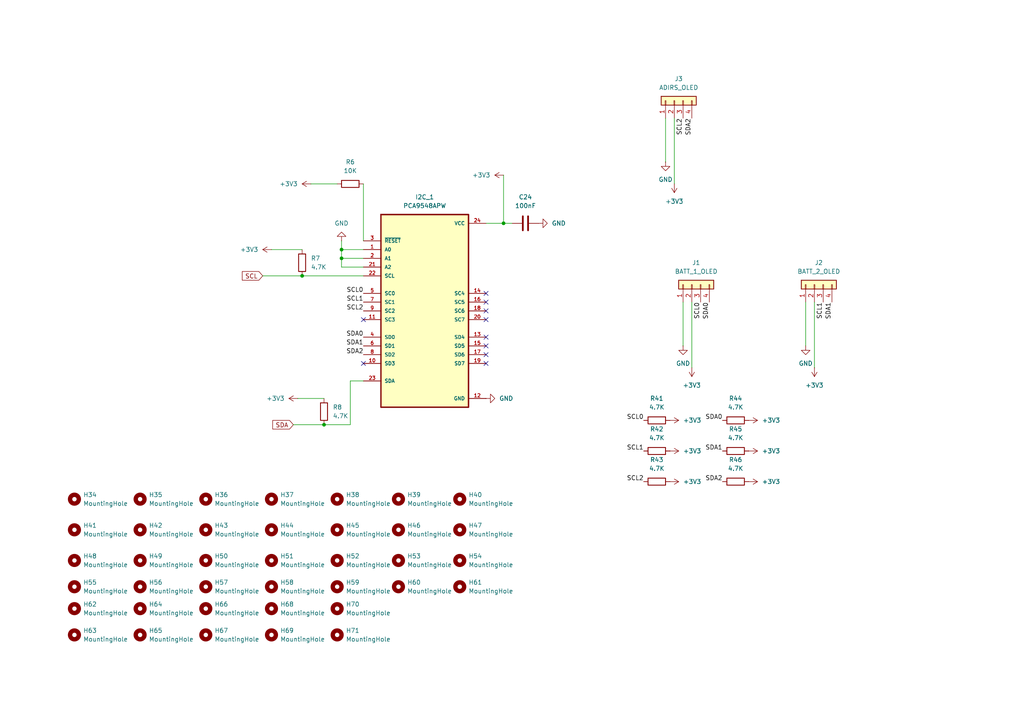
<source format=kicad_sch>
(kicad_sch (version 20231120) (generator "eeschema") (generator_version "8.0")
  (paper "A4")
  (lib_symbols
    (symbol "Connector_Generic:Conn_01x04" (pin_names (offset 1.016) hide)
      (property "Reference" "J" (at 0 5.08 0))
      (property "Value" "Conn_01x04" (at 0 -7.62 0))
      (symbol "Conn_01x04_1_1"
        (rectangle (start -1.27 -4.953) (end 0 -5.207) (stroke (width 0.1524)))
        (rectangle (start -1.27 -2.413) (end 0 -2.667) (stroke (width 0.1524)))
        (rectangle (start -1.27 0.127) (end 0 -0.127) (stroke (width 0.1524)))
        (rectangle (start -1.27 2.667) (end 0 2.413) (stroke (width 0.1524)))
        (rectangle (start -1.27 3.81) (end 1.27 -6.35) (stroke (width 0.254)) (fill (type background)))
        (pin passive line (at -5.08 2.54 0) (length 3.81) (name "Pin_1") (number "1"))
        (pin passive line (at -5.08 0 0) (length 3.81) (name "Pin_2") (number "2"))
        (pin passive line (at -5.08 -2.54 0) (length 3.81) (name "Pin_3") (number "3"))
        (pin passive line (at -5.08 -5.08 0) (length 3.81) (name "Pin_4") (number "4"))
      )
    )
    (symbol "Device:C" (pin_numbers hide) (pin_names (offset 0.254))
      (property "Reference" "C" (at 0.635 2.54 0))
      (property "Value" "C" (at 0.635 -2.54 0))
      (symbol "C_0_1"
        (polyline (pts (xy -2.032 -0.762) (xy 2.032 -0.762)) (stroke (width 0.508)))
        (polyline (pts (xy -2.032 0.762) (xy 2.032 0.762)) (stroke (width 0.508)))
      )
      (symbol "C_1_1"
        (pin passive line (at 0 3.81 270) (length 2.794) (name "~") (number "1"))
        (pin passive line (at 0 -3.81 90) (length 2.794) (name "~") (number "2"))
      )
    )
    (symbol "Device:R" (pin_numbers hide) (pin_names (offset 0))
      (property "Reference" "R" (at 2.032 0 90))
      (property "Value" "R" (at 0 0 90))
      (symbol "R_0_1"
        (rectangle (start -1.016 -2.54) (end 1.016 2.54) (stroke (width 0.254)))
      )
      (symbol "R_1_1"
        (pin passive line (at 0 3.81 270) (length 1.27) (name "~") (number "1"))
        (pin passive line (at 0 -3.81 90) (length 1.27) (name "~") (number "2"))
      )
    )
    (symbol "Mechanical:MountingHole" (pin_names (offset 1.016)) (exclude_from_sim yes) (in_bom no)
      (property "Reference" "H" (at 0 5.08 0))
      (property "Value" "MountingHole" (at 0 3.175 0))
      (symbol "MountingHole_0_1"
        (circle (center 0 0) (radius 1.27) (stroke (width 1.27)))
      )
    )
    (symbol "SFLibrary:PCA9548APW" (pin_names (offset 1.016))
      (property "Reference" "U" (at -12.7 28.94 0))
      (property "Value" "PCA9548APW" (at -12.7 -31.94 0))
      (symbol "PCA9548APW_0_0"
        (rectangle (start -12.7 -27.94) (end 12.7 27.94) (stroke (width 0.41)) (fill (type background)))
        (pin input line (at -17.78 17.78 0) (length 5.08) (name "A0") (number "1"))
        (pin bidirectional line (at -17.78 -15.24 0) (length 5.08) (name "SD3") (number "10"))
        (pin bidirectional line (at -17.78 -2.54 0) (length 5.08) (name "SC3") (number "11"))
        (pin power_in line (at 17.78 -25.4 180) (length 5.08) (name "GND") (number "12"))
        (pin bidirectional line (at 17.78 -7.62 180) (length 5.08) (name "SD4") (number "13"))
        (pin bidirectional line (at 17.78 5.08 180) (length 5.08) (name "SC4") (number "14"))
        (pin bidirectional line (at 17.78 -10.16 180) (length 5.08) (name "SD5") (number "15"))
        (pin bidirectional line (at 17.78 2.54 180) (length 5.08) (name "SC5") (number "16"))
        (pin bidirectional line (at 17.78 -12.7 180) (length 5.08) (name "SD6") (number "17"))
        (pin bidirectional line (at 17.78 0 180) (length 5.08) (name "SC6") (number "18"))
        (pin bidirectional line (at 17.78 -15.24 180) (length 5.08) (name "SD7") (number "19"))
        (pin input line (at -17.78 15.24 0) (length 5.08) (name "A1") (number "2"))
        (pin bidirectional line (at 17.78 -2.54 180) (length 5.08) (name "SC7") (number "20"))
        (pin input line (at -17.78 12.7 0) (length 5.08) (name "A2") (number "21"))
        (pin input line (at -17.78 10.16 0) (length 5.08) (name "SCL") (number "22"))
        (pin bidirectional line (at -17.78 -20.32 0) (length 5.08) (name "SDA") (number "23"))
        (pin power_in line (at 17.78 25.4 180) (length 5.08) (name "VCC") (number "24"))
        (pin input line (at -17.78 20.32 0) (length 5.08) (name "~{RESET}") (number "3"))
        (pin bidirectional line (at -17.78 -7.62 0) (length 5.08) (name "SD0") (number "4"))
        (pin bidirectional line (at -17.78 5.08 0) (length 5.08) (name "SC0") (number "5"))
        (pin bidirectional line (at -17.78 -10.16 0) (length 5.08) (name "SD1") (number "6"))
        (pin bidirectional line (at -17.78 2.54 0) (length 5.08) (name "SC1") (number "7"))
        (pin bidirectional line (at -17.78 -12.7 0) (length 5.08) (name "SD2") (number "8"))
        (pin bidirectional line (at -17.78 0 0) (length 5.08) (name "SC2") (number "9"))
      )
    )
    (symbol "power:+3V3" (power) (pin_numbers hide) (pin_names (offset 0) hide)
      (property "Value" "+3V3" (at 0 3.556 0))
      (symbol "+3V3_0_1"
        (polyline (pts (xy -0.762 1.27) (xy 0 2.54)))
        (polyline (pts (xy 0 0) (xy 0 2.54)))
        (polyline (pts (xy 0 2.54) (xy 0.762 1.27)))
      )
      (symbol "+3V3_1_1"
        (pin power_in line (at 0 0 90) (length 0) (name "~") (number "1"))
      )
    )
    (symbol "power:GND" (power) (pin_numbers hide) (pin_names (offset 0) hide)
      (property "Value" "GND" (at 0 -3.81 0))
      (symbol "GND_0_1"
        (polyline (pts (xy 0 0) (xy 0 -1.27) (xy 1.27 -1.27) (xy 0 -2.54) (xy -1.27 -1.27) (xy 0 -1.27)))
      )
      (symbol "GND_1_1"
        (pin power_in line (at 0 0 270) (length 0) (name "~") (number "1"))
      )
    )
  )
  (junction (at 99.06 72.39))
  (junction (at 93.98 123.19))
  (junction (at 87.63 80.01))
  (junction (at 146.05 64.77))
  (junction (at 99.06 74.93))
  (no_connect (at 140.97 105.41))
  (no_connect (at 105.41 105.41))
  (no_connect (at 140.97 85.09))
  (no_connect (at 140.97 100.33))
  (no_connect (at 140.97 87.63))
  (no_connect (at 105.41 92.71))
  (no_connect (at 140.97 102.87))
  (no_connect (at 140.97 90.17))
  (no_connect (at 140.97 97.79))
  (no_connect (at 140.97 92.71))
  (wire (pts (xy 99.06 72.39) (xy 105.41 72.39)))
  (wire (pts (xy 99.06 69.85) (xy 99.06 72.39)))
  (wire (pts (xy 198.12 100.33) (xy 198.12 87.63)))
  (wire (pts (xy 99.06 74.93) (xy 99.06 77.47)))
  (wire (pts (xy 146.05 64.77) (xy 148.59 64.77)))
  (wire (pts (xy 105.41 77.47) (xy 99.06 77.47)))
  (wire (pts (xy 99.06 72.39) (xy 99.06 74.93)))
  (wire (pts (xy 90.17 53.34) (xy 97.79 53.34)))
  (wire (pts (xy 236.22 106.68) (xy 236.22 87.63)))
  (wire (pts (xy 99.06 74.93) (xy 105.41 74.93)))
  (wire (pts (xy 146.05 50.8) (xy 146.05 64.77)))
  (wire (pts (xy 195.58 53.34) (xy 195.58 34.29)))
  (wire (pts (xy 101.6 110.49) (xy 105.41 110.49)))
  (wire (pts (xy 146.05 64.77) (xy 140.97 64.77)))
  (wire (pts (xy 87.63 80.01) (xy 105.41 80.01)))
  (wire (pts (xy 200.66 106.68) (xy 200.66 87.63)))
  (wire (pts (xy 193.04 46.99) (xy 193.04 34.29)))
  (wire (pts (xy 86.36 115.57) (xy 93.98 115.57)))
  (wire (pts (xy 105.41 53.34) (xy 105.41 69.85)))
  (wire (pts (xy 93.98 123.19) (xy 101.6 123.19)))
  (wire (pts (xy 85.09 123.19) (xy 93.98 123.19)))
  (wire (pts (xy 87.63 72.39) (xy 78.74 72.39)))
  (wire (pts (xy 101.6 123.19) (xy 101.6 110.49)))
  (wire (pts (xy 76.2 80.01) (xy 87.63 80.01)))
  (wire (pts (xy 233.68 100.33) (xy 233.68 87.63)))
  (label "SCL0" (at 105.41 85.09 180))
  (label "SCL2" (at 105.41 90.17 180))
  (label "SCL1" (at 186.69 130.81 180))
  (label "SDA0" (at 205.74 87.63 270))
  (label "SCL2" (at 198.12 34.29 270))
  (label "SDA2" (at 200.66 34.29 270))
  (label "SCL1" (at 105.41 87.63 180))
  (label "SCL0" (at 203.2 87.63 270))
  (label "SDA2" (at 209.55 139.7 180))
  (label "SDA1" (at 209.55 130.81 180))
  (label "SDA0" (at 209.55 121.92 180))
  (label "SDA1" (at 241.3 87.63 270))
  (label "SCL1" (at 238.76 87.63 270))
  (label "SDA1" (at 105.41 100.33 180))
  (label "SCL0" (at 186.69 121.92 180))
  (label "SCL2" (at 186.69 139.7 180))
  (label "SDA0" (at 105.41 97.79 180))
  (label "SDA2" (at 105.41 102.87 180))
  (global_label "SDA" (shape input) (at 85.09 123.19 180) (property "Intersheetrefs" "${INTERSHEET_REFS}" (effects (hide yes))))
  (global_label "SCL" (shape input) (at 76.2 80.01 180) (property "Intersheetrefs" "${INTERSHEET_REFS}" (effects (hide yes))))
  (symbol (lib_id "power:+3V3") (at 195.58 53.34 180) (unit 1)
    (property "Reference" "#PWR043" (effects (hide yes)))
    (property "Value" "+3V3" (at 195.58 58.42 0))
    (property "Description" "Power symbol creates a global label with name \"+3V3\"" (effects (hide yes)))
  )
  (symbol (lib_id "Mechanical:MountingHole") (at 21.59 176.53 0) (unit 1) (exclude_from_sim yes) (in_bom no)
    (property "Reference" "H62" (at 24.13 175.2599 0) (effects (justify left)))
    (property "Value" "MountingHole" (at 24.13 177.7999 0) (effects (justify left)))
    (property "Footprint" "MountingHole:MountingHole_2.7mm_M2.5" (effects (hide yes)))
    (property "Description" "Mounting Hole without connection" (effects (hide yes)))
  )
  (symbol (lib_id "Mechanical:MountingHole") (at 133.35 162.56 0) (unit 1) (exclude_from_sim yes) (in_bom no)
    (property "Reference" "H54" (at 135.89 161.2899 0) (effects (justify left)))
    (property "Value" "MountingHole" (at 135.89 163.8299 0) (effects (justify left)))
    (property "Footprint" "MountingHole:MountingHole_2.7mm_M2.5" (effects (hide yes)))
    (property "Description" "Mounting Hole without connection" (effects (hide yes)))
  )
  (symbol (lib_id "Mechanical:MountingHole") (at 59.69 184.15 0) (unit 1) (exclude_from_sim yes) (in_bom no)
    (property "Reference" "H67" (at 62.23 182.8799 0) (effects (justify left)))
    (property "Value" "MountingHole" (at 62.23 185.4199 0) (effects (justify left)))
    (property "Footprint" "MountingHole:MountingHole_2.7mm_M2.5" (effects (hide yes)))
    (property "Description" "Mounting Hole without connection" (effects (hide yes)))
  )
  (symbol (lib_id "power:+3V3") (at 78.74 72.39 90) (unit 1)
    (property "Reference" "#PWR065" (effects (hide yes)))
    (property "Value" "+3V3" (at 74.93 72.3899 90) (effects (justify left)))
    (property "Description" "Power symbol creates a global label with name \"+3V3\"" (effects (hide yes)))
  )
  (symbol (lib_id "power:+3V3") (at 90.17 53.34 90) (unit 1)
    (property "Reference" "#PWR096" (effects (hide yes)))
    (property "Value" "+3V3" (at 86.36 53.3399 90) (effects (justify left)))
    (property "Description" "Power symbol creates a global label with name \"+3V3\"" (effects (hide yes)))
  )
  (symbol (lib_id "Mechanical:MountingHole") (at 21.59 184.15 0) (unit 1) (exclude_from_sim yes) (in_bom no)
    (property "Reference" "H63" (at 24.13 182.8799 0) (effects (justify left)))
    (property "Value" "MountingHole" (at 24.13 185.4199 0) (effects (justify left)))
    (property "Footprint" "MountingHole:MountingHole_2.7mm_M2.5" (effects (hide yes)))
    (property "Description" "Mounting Hole without connection" (effects (hide yes)))
  )
  (symbol (lib_id "Device:R") (at 213.36 121.92 90) (unit 1)
    (property "Reference" "R44" (at 213.36 115.57 90))
    (property "Value" "4.7K" (at 213.36 118.11 90))
    (property "Footprint" "Resistor_SMD:R_1206_3216Metric_Pad1.30x1.75mm_HandSolder" (effects (hide yes)))
    (property "Description" "Resistor" (effects (hide yes)))
  )
  (symbol (lib_id "Mechanical:MountingHole") (at 40.64 162.56 0) (unit 1) (exclude_from_sim yes) (in_bom no)
    (property "Reference" "H49" (at 43.18 161.2899 0) (effects (justify left)))
    (property "Value" "MountingHole" (at 43.18 163.8299 0) (effects (justify left)))
    (property "Footprint" "MountingHole:MountingHole_2.7mm_M2.5" (effects (hide yes)))
    (property "Description" "Mounting Hole without connection" (effects (hide yes)))
  )
  (symbol (lib_id "Mechanical:MountingHole") (at 133.35 153.67 0) (unit 1) (exclude_from_sim yes) (in_bom no)
    (property "Reference" "H47" (at 135.89 152.3999 0) (effects (justify left)))
    (property "Value" "MountingHole" (at 135.89 154.9399 0) (effects (justify left)))
    (property "Footprint" "MountingHole:MountingHole_2.7mm_M2.5" (effects (hide yes)))
    (property "Description" "Mounting Hole without connection" (effects (hide yes)))
  )
  (symbol (lib_id "power:+3V3") (at 217.17 139.7 270) (unit 1)
    (property "Reference" "#PWR040" (effects (hide yes)))
    (property "Value" "+3V3" (at 220.98 139.6999 90) (effects (justify left)))
    (property "Description" "Power symbol creates a global label with name \"+3V3\"" (effects (hide yes)))
  )
  (symbol (lib_id "Mechanical:MountingHole") (at 133.35 170.18 0) (unit 1) (exclude_from_sim yes) (in_bom no)
    (property "Reference" "H61" (at 135.89 168.9099 0) (effects (justify left)))
    (property "Value" "MountingHole" (at 135.89 171.4499 0) (effects (justify left)))
    (property "Footprint" "MountingHole:MountingHole_2.7mm_M2.5" (effects (hide yes)))
    (property "Description" "Mounting Hole without connection" (effects (hide yes)))
  )
  (symbol (lib_id "Mechanical:MountingHole") (at 78.74 170.18 0) (unit 1) (exclude_from_sim yes) (in_bom no)
    (property "Reference" "H58" (at 81.28 168.9099 0) (effects (justify left)))
    (property "Value" "MountingHole" (at 81.28 171.4499 0) (effects (justify left)))
    (property "Footprint" "MountingHole:MountingHole_2.7mm_M2.5" (effects (hide yes)))
    (property "Description" "Mounting Hole without connection" (effects (hide yes)))
  )
  (symbol (lib_id "Device:R") (at 87.63 76.2 180) (unit 1)
    (property "Reference" "R7" (at 90.17 74.9299 0) (effects (justify right)))
    (property "Value" "4.7K" (at 90.17 77.4699 0) (effects (justify right)))
    (property "Footprint" "Resistor_SMD:R_1206_3216Metric_Pad1.30x1.75mm_HandSolder" (effects (hide yes)))
    (property "Description" "Resistor" (effects (hide yes)))
  )
  (symbol (lib_id "power:GND") (at 140.97 115.57 90) (unit 1)
    (property "Reference" "#PWR0127" (effects (hide yes)))
    (property "Value" "GND" (at 144.78 115.5699 90) (effects (justify right)))
    (property "Description" "Power symbol creates a global label with name \"GND\" , ground" (effects (hide yes)))
  )
  (symbol (lib_id "Device:R") (at 213.36 130.81 90) (unit 1)
    (property "Reference" "R45" (at 213.36 124.46 90))
    (property "Value" "4.7K" (at 213.36 127 90))
    (property "Footprint" "Resistor_SMD:R_1206_3216Metric_Pad1.30x1.75mm_HandSolder" (effects (hide yes)))
    (property "Description" "Resistor" (effects (hide yes)))
  )
  (symbol (lib_id "Mechanical:MountingHole") (at 115.57 170.18 0) (unit 1) (exclude_from_sim yes) (in_bom no)
    (property "Reference" "H60" (at 118.11 168.9099 0) (effects (justify left)))
    (property "Value" "MountingHole" (at 118.11 171.4499 0) (effects (justify left)))
    (property "Footprint" "MountingHole:MountingHole_2.7mm_M2.5" (effects (hide yes)))
    (property "Description" "Mounting Hole without connection" (effects (hide yes)))
  )
  (symbol (lib_id "Mechanical:MountingHole") (at 115.57 162.56 0) (unit 1) (exclude_from_sim yes) (in_bom no)
    (property "Reference" "H53" (at 118.11 161.2899 0) (effects (justify left)))
    (property "Value" "MountingHole" (at 118.11 163.8299 0) (effects (justify left)))
    (property "Footprint" "MountingHole:MountingHole_2.7mm_M2.5" (effects (hide yes)))
    (property "Description" "Mounting Hole without connection" (effects (hide yes)))
  )
  (symbol (lib_id "Device:R") (at 190.5 130.81 90) (unit 1)
    (property "Reference" "R42" (at 190.5 124.46 90))
    (property "Value" "4.7K" (at 190.5 127 90))
    (property "Footprint" "Resistor_SMD:R_1206_3216Metric_Pad1.30x1.75mm_HandSolder" (effects (hide yes)))
    (property "Description" "Resistor" (effects (hide yes)))
  )
  (symbol (lib_id "Mechanical:MountingHole") (at 40.64 184.15 0) (unit 1) (exclude_from_sim yes) (in_bom no)
    (property "Reference" "H65" (at 43.18 182.8799 0) (effects (justify left)))
    (property "Value" "MountingHole" (at 43.18 185.4199 0) (effects (justify left)))
    (property "Footprint" "MountingHole:MountingHole_2.7mm_M2.5" (effects (hide yes)))
    (property "Description" "Mounting Hole without connection" (effects (hide yes)))
  )
  (symbol (lib_id "Mechanical:MountingHole") (at 78.74 144.78 0) (unit 1) (exclude_from_sim yes) (in_bom no)
    (property "Reference" "H37" (at 81.28 143.5099 0) (effects (justify left)))
    (property "Value" "MountingHole" (at 81.28 146.0499 0) (effects (justify left)))
    (property "Footprint" "MountingHole:MountingHole_2.7mm_M2.5" (effects (hide yes)))
    (property "Description" "Mounting Hole without connection" (effects (hide yes)))
  )
  (symbol (lib_id "Mechanical:MountingHole") (at 21.59 153.67 0) (unit 1) (exclude_from_sim yes) (in_bom no)
    (property "Reference" "H41" (at 24.13 152.3999 0) (effects (justify left)))
    (property "Value" "MountingHole" (at 24.13 154.9399 0) (effects (justify left)))
    (property "Footprint" "MountingHole:MountingHole_2.7mm_M2.5" (effects (hide yes)))
    (property "Description" "Mounting Hole without connection" (effects (hide yes)))
  )
  (symbol (lib_id "Mechanical:MountingHole") (at 97.79 162.56 0) (unit 1) (exclude_from_sim yes) (in_bom no)
    (property "Reference" "H52" (at 100.33 161.2899 0) (effects (justify left)))
    (property "Value" "MountingHole" (at 100.33 163.8299 0) (effects (justify left)))
    (property "Footprint" "MountingHole:MountingHole_2.7mm_M2.5" (effects (hide yes)))
    (property "Description" "Mounting Hole without connection" (effects (hide yes)))
  )
  (symbol (lib_id "Mechanical:MountingHole") (at 115.57 153.67 0) (unit 1) (exclude_from_sim yes) (in_bom no)
    (property "Reference" "H46" (at 118.11 152.3999 0) (effects (justify left)))
    (property "Value" "MountingHole" (at 118.11 154.9399 0) (effects (justify left)))
    (property "Footprint" "MountingHole:MountingHole_2.7mm_M2.5" (effects (hide yes)))
    (property "Description" "Mounting Hole without connection" (effects (hide yes)))
  )
  (symbol (lib_id "power:GND") (at 233.68 100.33 0) (unit 1)
    (property "Reference" "#PWR0184" (effects (hide yes)))
    (property "Value" "GND" (at 233.68 105.41 0))
    (property "Description" "Power symbol creates a global label with name \"GND\" , ground" (effects (hide yes)))
  )
  (symbol (lib_id "Mechanical:MountingHole") (at 78.74 176.53 0) (unit 1) (exclude_from_sim yes) (in_bom no)
    (property "Reference" "H68" (at 81.28 175.2599 0) (effects (justify left)))
    (property "Value" "MountingHole" (at 81.28 177.7999 0) (effects (justify left)))
    (property "Footprint" "MountingHole:MountingHole_2.7mm_M2.5" (effects (hide yes)))
    (property "Description" "Mounting Hole without connection" (effects (hide yes)))
  )
  (symbol (lib_id "power:+3V3") (at 194.31 139.7 270) (unit 1)
    (property "Reference" "#PWR039" (effects (hide yes)))
    (property "Value" "+3V3" (at 198.12 139.6999 90) (effects (justify left)))
    (property "Description" "Power symbol creates a global label with name \"+3V3\"" (effects (hide yes)))
  )
  (symbol (lib_id "Mechanical:MountingHole") (at 59.69 162.56 0) (unit 1) (exclude_from_sim yes) (in_bom no)
    (property "Reference" "H50" (at 62.23 161.2899 0) (effects (justify left)))
    (property "Value" "MountingHole" (at 62.23 163.8299 0) (effects (justify left)))
    (property "Footprint" "MountingHole:MountingHole_2.7mm_M2.5" (effects (hide yes)))
    (property "Description" "Mounting Hole without connection" (effects (hide yes)))
  )
  (symbol (lib_id "power:GND") (at 156.21 64.77 90) (unit 1)
    (property "Reference" "#PWR0220" (effects (hide yes)))
    (property "Value" "GND" (at 160.02 64.7699 90) (effects (justify right)))
    (property "Description" "Power symbol creates a global label with name \"GND\" , ground" (effects (hide yes)))
  )
  (symbol (lib_id "Mechanical:MountingHole") (at 40.64 153.67 0) (unit 1) (exclude_from_sim yes) (in_bom no)
    (property "Reference" "H42" (at 43.18 152.3999 0) (effects (justify left)))
    (property "Value" "MountingHole" (at 43.18 154.9399 0) (effects (justify left)))
    (property "Footprint" "MountingHole:MountingHole_2.7mm_M2.5" (effects (hide yes)))
    (property "Description" "Mounting Hole without connection" (effects (hide yes)))
  )
  (symbol (lib_id "SFLibrary:PCA9548APW") (at 123.19 90.17 0) (unit 1)
    (property "Reference" "I2C_1" (at 123.19 57.15 0))
    (property "Value" "PCA9548APW" (at 123.19 59.69 0))
    (property "Footprint" "SFLibrary:SOP65P640X120-24N" (effects (hide yes)))
    (property "MF" "Texas Instruments" (effects (hide yes)))
    (property "Description_1" "\n8-Channel I2C Switch With Reset 24-TSSOP -40 to 85\n" (effects (hide yes)))
    (property "Package" "TSSOP-24 Texas Instruments" (effects (hide yes)))
    (property "Price" "None" (effects (hide yes)))
    (property "SnapEDA_Link" "https://www.snapeda.com/parts/PCA9548APW/Texas+Instruments/view-part/?ref=snap" (effects (hide yes)))
    (property "MP" "PCA9548APW" (effects (hide yes)))
    (property "Availability" "In Stock" (effects (hide yes)))
    (property "Check_prices" "https://www.snapeda.com/parts/PCA9548APW/Texas+Instruments/view-part/?ref=eda" (effects (hide yes)))
  )
  (symbol (lib_id "power:GND") (at 99.06 69.85 180) (unit 1)
    (property "Reference" "#PWR0115" (effects (hide yes)))
    (property "Value" "GND" (at 99.06 64.77 0))
    (property "Description" "Power symbol creates a global label with name \"GND\" , ground" (effects (hide yes)))
  )
  (symbol (lib_id "Mechanical:MountingHole") (at 78.74 162.56 0) (unit 1) (exclude_from_sim yes) (in_bom no)
    (property "Reference" "H51" (at 81.28 161.2899 0) (effects (justify left)))
    (property "Value" "MountingHole" (at 81.28 163.8299 0) (effects (justify left)))
    (property "Footprint" "MountingHole:MountingHole_2.7mm_M2.5" (effects (hide yes)))
    (property "Description" "Mounting Hole without connection" (effects (hide yes)))
  )
  (symbol (lib_id "Mechanical:MountingHole") (at 59.69 176.53 0) (unit 1) (exclude_from_sim yes) (in_bom no)
    (property "Reference" "H66" (at 62.23 175.2599 0) (effects (justify left)))
    (property "Value" "MountingHole" (at 62.23 177.7999 0) (effects (justify left)))
    (property "Footprint" "MountingHole:MountingHole_2.7mm_M2.5" (effects (hide yes)))
    (property "Description" "Mounting Hole without connection" (effects (hide yes)))
  )
  (symbol (lib_id "power:+3V3") (at 217.17 130.81 270) (unit 1)
    (property "Reference" "#PWR041" (effects (hide yes)))
    (property "Value" "+3V3" (at 220.98 130.8099 90) (effects (justify left)))
    (property "Description" "Power symbol creates a global label with name \"+3V3\"" (effects (hide yes)))
  )
  (symbol (lib_id "Mechanical:MountingHole") (at 21.59 170.18 0) (unit 1) (exclude_from_sim yes) (in_bom no)
    (property "Reference" "H55" (at 24.13 168.9099 0) (effects (justify left)))
    (property "Value" "MountingHole" (at 24.13 171.4499 0) (effects (justify left)))
    (property "Footprint" "MountingHole:MountingHole_2.7mm_M2.5" (effects (hide yes)))
    (property "Description" "Mounting Hole without connection" (effects (hide yes)))
  )
  (symbol (lib_id "Device:R") (at 93.98 119.38 0) (unit 1)
    (property "Reference" "R8" (at 96.52 118.1099 0) (effects (justify left)))
    (property "Value" "4.7K" (at 96.52 120.6499 0) (effects (justify left)))
    (property "Footprint" "Resistor_SMD:R_1206_3216Metric_Pad1.30x1.75mm_HandSolder" (effects (hide yes)))
    (property "Description" "Resistor" (effects (hide yes)))
  )
  (symbol (lib_id "power:+3V3") (at 86.36 115.57 90) (unit 1)
    (property "Reference" "#PWR095" (effects (hide yes)))
    (property "Value" "+3V3" (at 82.55 115.5699 90) (effects (justify left)))
    (property "Description" "Power symbol creates a global label with name \"+3V3\"" (effects (hide yes)))
  )
  (symbol (lib_id "Mechanical:MountingHole") (at 40.64 176.53 0) (unit 1) (exclude_from_sim yes) (in_bom no)
    (property "Reference" "H64" (at 43.18 175.2599 0) (effects (justify left)))
    (property "Value" "MountingHole" (at 43.18 177.7999 0) (effects (justify left)))
    (property "Footprint" "MountingHole:MountingHole_2.7mm_M2.5" (effects (hide yes)))
    (property "Description" "Mounting Hole without connection" (effects (hide yes)))
  )
  (symbol (lib_id "Mechanical:MountingHole") (at 97.79 170.18 0) (unit 1) (exclude_from_sim yes) (in_bom no)
    (property "Reference" "H59" (at 100.33 168.9099 0) (effects (justify left)))
    (property "Value" "MountingHole" (at 100.33 171.4499 0) (effects (justify left)))
    (property "Footprint" "MountingHole:MountingHole_2.7mm_M2.5" (effects (hide yes)))
    (property "Description" "Mounting Hole without connection" (effects (hide yes)))
  )
  (symbol (lib_id "power:+3V3") (at 194.31 130.81 270) (unit 1)
    (property "Reference" "#PWR038" (effects (hide yes)))
    (property "Value" "+3V3" (at 198.12 130.8099 90) (effects (justify left)))
    (property "Description" "Power symbol creates a global label with name \"+3V3\"" (effects (hide yes)))
  )
  (symbol (lib_id "Mechanical:MountingHole") (at 97.79 184.15 0) (unit 1) (exclude_from_sim yes) (in_bom no)
    (property "Reference" "H71" (at 100.33 182.8799 0) (effects (justify left)))
    (property "Value" "MountingHole" (at 100.33 185.4199 0) (effects (justify left)))
    (property "Footprint" "MountingHole:MountingHole_2.7mm_M2.5" (effects (hide yes)))
    (property "Description" "Mounting Hole without connection" (effects (hide yes)))
  )
  (symbol (lib_id "Mechanical:MountingHole") (at 59.69 170.18 0) (unit 1) (exclude_from_sim yes) (in_bom no)
    (property "Reference" "H57" (at 62.23 168.9099 0) (effects (justify left)))
    (property "Value" "MountingHole" (at 62.23 171.4499 0) (effects (justify left)))
    (property "Footprint" "MountingHole:MountingHole_2.7mm_M2.5" (effects (hide yes)))
    (property "Description" "Mounting Hole without connection" (effects (hide yes)))
  )
  (symbol (lib_id "Mechanical:MountingHole") (at 21.59 162.56 0) (unit 1) (exclude_from_sim yes) (in_bom no)
    (property "Reference" "H48" (at 24.13 161.2899 0) (effects (justify left)))
    (property "Value" "MountingHole" (at 24.13 163.8299 0) (effects (justify left)))
    (property "Footprint" "MountingHole:MountingHole_2.7mm_M2.5" (effects (hide yes)))
    (property "Description" "Mounting Hole without connection" (effects (hide yes)))
  )
  (symbol (lib_id "Mechanical:MountingHole") (at 59.69 153.67 0) (unit 1) (exclude_from_sim yes) (in_bom no)
    (property "Reference" "H43" (at 62.23 152.3999 0) (effects (justify left)))
    (property "Value" "MountingHole" (at 62.23 154.9399 0) (effects (justify left)))
    (property "Footprint" "MountingHole:MountingHole_2.7mm_M2.5" (effects (hide yes)))
    (property "Description" "Mounting Hole without connection" (effects (hide yes)))
  )
  (symbol (lib_id "power:GND") (at 198.12 100.33 0) (unit 1)
    (property "Reference" "#PWR0183" (effects (hide yes)))
    (property "Value" "GND" (at 198.12 105.41 0))
    (property "Description" "Power symbol creates a global label with name \"GND\" , ground" (effects (hide yes)))
  )
  (symbol (lib_id "Mechanical:MountingHole") (at 59.69 144.78 0) (unit 1) (exclude_from_sim yes) (in_bom no)
    (property "Reference" "H36" (at 62.23 143.5099 0) (effects (justify left)))
    (property "Value" "MountingHole" (at 62.23 146.0499 0) (effects (justify left)))
    (property "Footprint" "MountingHole:MountingHole_2.7mm_M2.5" (effects (hide yes)))
    (property "Description" "Mounting Hole without connection" (effects (hide yes)))
  )
  (symbol (lib_id "Device:R") (at 190.5 139.7 90) (unit 1)
    (property "Reference" "R43" (at 190.5 133.35 90))
    (property "Value" "4.7K" (at 190.5 135.89 90))
    (property "Footprint" "Resistor_SMD:R_1206_3216Metric_Pad1.30x1.75mm_HandSolder" (effects (hide yes)))
    (property "Description" "Resistor" (effects (hide yes)))
  )
  (symbol (lib_id "Device:C") (at 152.4 64.77 90) (unit 1)
    (property "Reference" "C24" (at 152.4 57.15 90))
    (property "Value" "100nF" (at 152.4 59.69 90))
    (property "Footprint" "Capacitor_SMD:C_1206_3216Metric_Pad1.33x1.80mm_HandSolder" (effects (hide yes)))
    (property "Description" "Unpolarized capacitor" (effects (hide yes)))
  )
  (symbol (lib_id "Mechanical:MountingHole") (at 40.64 144.78 0) (unit 1) (exclude_from_sim yes) (in_bom no)
    (property "Reference" "H35" (at 43.18 143.5099 0) (effects (justify left)))
    (property "Value" "MountingHole" (at 43.18 146.0499 0) (effects (justify left)))
    (property "Footprint" "MountingHole:MountingHole_2.7mm_M2.5" (effects (hide yes)))
    (property "Description" "Mounting Hole without connection" (effects (hide yes)))
  )
  (symbol (lib_id "power:+3V3") (at 200.66 106.68 180) (unit 1)
    (property "Reference" "#PWR044" (effects (hide yes)))
    (property "Value" "+3V3" (at 200.66 111.76 0))
    (property "Description" "Power symbol creates a global label with name \"+3V3\"" (effects (hide yes)))
  )
  (symbol (lib_id "Connector_Generic:Conn_01x04") (at 236.22 82.55 90) (unit 1)
    (property "Reference" "J2" (at 237.49 76.2 90))
    (property "Value" "BATT_2_OLED" (at 237.49 78.74 90))
    (property "Footprint" "Connector_PinSocket_2.54mm:PinSocket_1x04_P2.54mm_Vertical" (effects (hide yes)))
    (property "Description" "Generic connector, single row, 01x04, script generated (kicad-library-utils/schlib/autogen/connector/)" (effects (hide yes)))
  )
  (symbol (lib_id "Device:R") (at 213.36 139.7 90) (unit 1)
    (property "Reference" "R46" (at 213.36 133.35 90))
    (property "Value" "4.7K" (at 213.36 135.89 90))
    (property "Footprint" "Resistor_SMD:R_1206_3216Metric_Pad1.30x1.75mm_HandSolder" (effects (hide yes)))
    (property "Description" "Resistor" (effects (hide yes)))
  )
  (symbol (lib_id "Connector_Generic:Conn_01x04") (at 200.66 82.55 90) (unit 1)
    (property "Reference" "J1" (at 201.93 76.2 90))
    (property "Value" "BATT_1_OLED" (at 201.93 78.74 90))
    (property "Footprint" "Connector_PinSocket_2.54mm:PinSocket_1x04_P2.54mm_Vertical" (effects (hide yes)))
    (property "Description" "Generic connector, single row, 01x04, script generated (kicad-library-utils/schlib/autogen/connector/)" (effects (hide yes)))
  )
  (symbol (lib_id "Mechanical:MountingHole") (at 115.57 144.78 0) (unit 1) (exclude_from_sim yes) (in_bom no)
    (property "Reference" "H39" (at 118.11 143.5099 0) (effects (justify left)))
    (property "Value" "MountingHole" (at 118.11 146.0499 0) (effects (justify left)))
    (property "Footprint" "MountingHole:MountingHole_2.7mm_M2.5" (effects (hide yes)))
    (property "Description" "Mounting Hole without connection" (effects (hide yes)))
  )
  (symbol (lib_id "power:+3V3") (at 194.31 121.92 270) (unit 1)
    (property "Reference" "#PWR037" (effects (hide yes)))
    (property "Value" "+3V3" (at 198.12 121.9199 90) (effects (justify left)))
    (property "Description" "Power symbol creates a global label with name \"+3V3\"" (effects (hide yes)))
  )
  (symbol (lib_id "Mechanical:MountingHole") (at 97.79 144.78 0) (unit 1) (exclude_from_sim yes) (in_bom no)
    (property "Reference" "H38" (at 100.33 143.5099 0) (effects (justify left)))
    (property "Value" "MountingHole" (at 100.33 146.0499 0) (effects (justify left)))
    (property "Footprint" "MountingHole:MountingHole_2.7mm_M2.5" (effects (hide yes)))
    (property "Description" "Mounting Hole without connection" (effects (hide yes)))
  )
  (symbol (lib_id "Device:R") (at 101.6 53.34 90) (unit 1)
    (property "Reference" "R6" (at 101.6 46.99 90))
    (property "Value" "10K" (at 101.6 49.53 90))
    (property "Footprint" "Resistor_SMD:R_1206_3216Metric_Pad1.30x1.75mm_HandSolder" (effects (hide yes)))
    (property "Description" "Resistor" (effects (hide yes)))
  )
  (symbol (lib_id "power:+3V3") (at 217.17 121.92 270) (unit 1)
    (property "Reference" "#PWR042" (effects (hide yes)))
    (property "Value" "+3V3" (at 220.98 121.9199 90) (effects (justify left)))
    (property "Description" "Power symbol creates a global label with name \"+3V3\"" (effects (hide yes)))
  )
  (symbol (lib_id "Device:R") (at 190.5 121.92 90) (unit 1)
    (property "Reference" "R41" (at 190.5 115.57 90))
    (property "Value" "4.7K" (at 190.5 118.11 90))
    (property "Footprint" "Resistor_SMD:R_1206_3216Metric_Pad1.30x1.75mm_HandSolder" (effects (hide yes)))
    (property "Description" "Resistor" (effects (hide yes)))
  )
  (symbol (lib_id "Mechanical:MountingHole") (at 40.64 170.18 0) (unit 1) (exclude_from_sim yes) (in_bom no)
    (property "Reference" "H56" (at 43.18 168.9099 0) (effects (justify left)))
    (property "Value" "MountingHole" (at 43.18 171.4499 0) (effects (justify left)))
    (property "Footprint" "MountingHole:MountingHole_2.7mm_M2.5" (effects (hide yes)))
    (property "Description" "Mounting Hole without connection" (effects (hide yes)))
  )
  (symbol (lib_id "Mechanical:MountingHole") (at 78.74 153.67 0) (unit 1) (exclude_from_sim yes) (in_bom no)
    (property "Reference" "H44" (at 81.28 152.3999 0) (effects (justify left)))
    (property "Value" "MountingHole" (at 81.28 154.9399 0) (effects (justify left)))
    (property "Footprint" "MountingHole:MountingHole_2.7mm_M2.5" (effects (hide yes)))
    (property "Description" "Mounting Hole without connection" (effects (hide yes)))
  )
  (symbol (lib_id "power:GND") (at 193.04 46.99 0) (unit 1)
    (property "Reference" "#PWR0185" (effects (hide yes)))
    (property "Value" "GND" (at 193.04 52.07 0))
    (property "Description" "Power symbol creates a global label with name \"GND\" , ground" (effects (hide yes)))
  )
  (symbol (lib_id "power:+3V3") (at 236.22 106.68 180) (unit 1)
    (property "Reference" "#PWR045" (effects (hide yes)))
    (property "Value" "+3V3" (at 236.22 111.76 0))
    (property "Description" "Power symbol creates a global label with name \"+3V3\"" (effects (hide yes)))
  )
  (symbol (lib_id "power:+3V3") (at 146.05 50.8 90) (unit 1)
    (property "Reference" "#PWR0219" (effects (hide yes)))
    (property "Value" "+3V3" (at 142.24 50.7999 90) (effects (justify left)))
    (property "Description" "Power symbol creates a global label with name \"+3V3\"" (effects (hide yes)))
  )
  (symbol (lib_id "Mechanical:MountingHole") (at 78.74 184.15 0) (unit 1) (exclude_from_sim yes) (in_bom no)
    (property "Reference" "H69" (at 81.28 182.8799 0) (effects (justify left)))
    (property "Value" "MountingHole" (at 81.28 185.4199 0) (effects (justify left)))
    (property "Footprint" "MountingHole:MountingHole_2.7mm_M2.5" (effects (hide yes)))
    (property "Description" "Mounting Hole without connection" (effects (hide yes)))
  )
  (symbol (lib_id "Connector_Generic:Conn_01x04") (at 195.58 29.21 90) (unit 1)
    (property "Reference" "J3" (at 196.85 22.86 90))
    (property "Value" "ADIRS_OLED" (at 196.85 25.4 90))
    (property "Footprint" "Connector_PinSocket_2.54mm:PinSocket_1x04_P2.54mm_Vertical" (effects (hide yes)))
    (property "Description" "Generic connector, single row, 01x04, script generated (kicad-library-utils/schlib/autogen/connector/)" (effects (hide yes)))
  )
  (symbol (lib_id "Mechanical:MountingHole") (at 97.79 176.53 0) (unit 1) (exclude_from_sim yes) (in_bom no)
    (property "Reference" "H70" (at 100.33 175.2599 0) (effects (justify left)))
    (property "Value" "MountingHole" (at 100.33 177.7999 0) (effects (justify left)))
    (property "Footprint" "MountingHole:MountingHole_2.7mm_M2.5" (effects (hide yes)))
    (property "Description" "Mounting Hole without connection" (effects (hide yes)))
  )
  (symbol (lib_id "Mechanical:MountingHole") (at 97.79 153.67 0) (unit 1) (exclude_from_sim yes) (in_bom no)
    (property "Reference" "H45" (at 100.33 152.3999 0) (effects (justify left)))
    (property "Value" "MountingHole" (at 100.33 154.9399 0) (effects (justify left)))
    (property "Footprint" "MountingHole:MountingHole_2.7mm_M2.5" (effects (hide yes)))
    (property "Description" "Mounting Hole without connection" (effects (hide yes)))
  )
  (symbol (lib_id "Mechanical:MountingHole") (at 21.59 144.78 0) (unit 1) (exclude_from_sim yes) (in_bom no)
    (property "Reference" "H34" (at 24.13 143.5099 0) (effects (justify left)))
    (property "Value" "MountingHole" (at 24.13 146.0499 0) (effects (justify left)))
    (property "Footprint" "MountingHole:MountingHole_2.7mm_M2.5" (effects (hide yes)))
    (property "Description" "Mounting Hole without connection" (effects (hide yes)))
  )
  (symbol (lib_id "Mechanical:MountingHole") (at 133.35 144.78 0) (unit 1) (exclude_from_sim yes) (in_bom no)
    (property "Reference" "H40" (at 135.89 143.5099 0) (effects (justify left)))
    (property "Value" "MountingHole" (at 135.89 146.0499 0) (effects (justify left)))
    (property "Footprint" "MountingHole:MountingHole_2.7mm_M2.5" (effects (hide yes)))
    (property "Description" "Mounting Hole without connection" (effects (hide yes)))
  )
)
</source>
